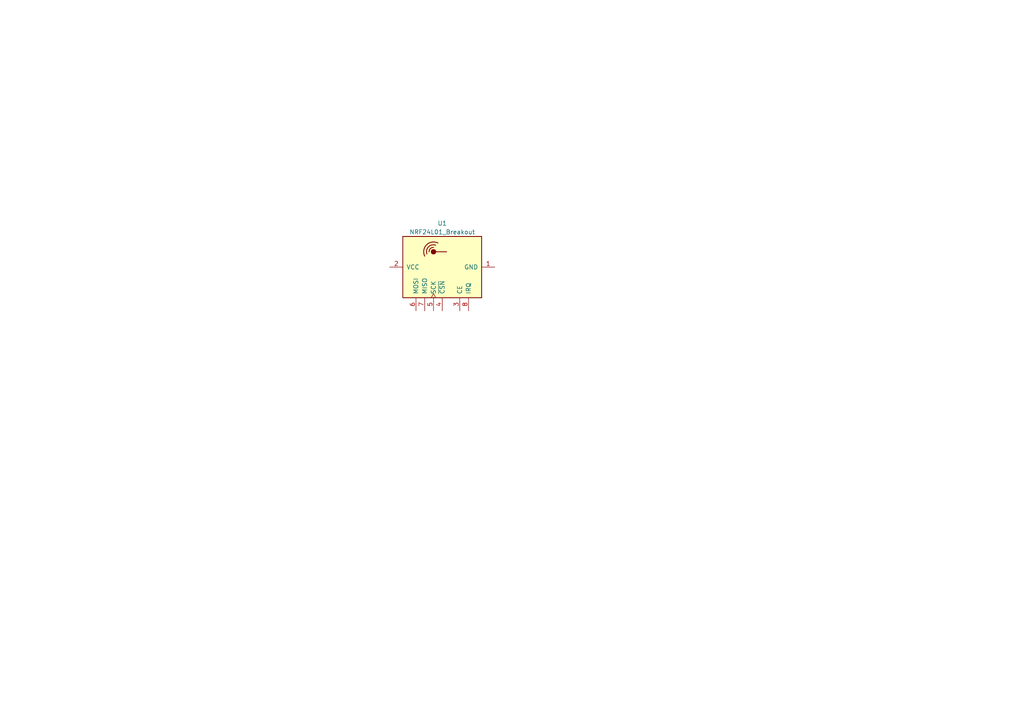
<source format=kicad_sch>
(kicad_sch (version 20220404) (generator eeschema)
  (paper "A4")
  (lib_symbols
    (symbol "RF:NRF24L01_Breakout" (pin_names (offset 1.016))
      (property "Reference" "U" (at -8.89 12.7 0))
      (property "Value" "NRF24L01_Breakout" (at 3.81 12.7 0))
      (symbol "NRF24L01_Breakout_0_1"
        (rectangle (start -8.89 11.43) (end 8.89 -11.43) (stroke (width 0.254)) (fill (type background)))
        (polyline (pts (xy 4.445 1.905) (xy 4.445 -1.27)) (stroke (width 0.254)))
        (circle (center 4.445 2.54) (radius 0.635) (stroke (width 0.254)) (fill (type outline)))
        (arc (start 5.715 2.54) (mid 5.3521 3.4546) (end 4.445 3.81) (stroke (width 0.254)))
        (arc (start 6.35 1.905) (mid 5.8763 3.9854) (end 3.81 4.445) (stroke (width 0.254)))
        (arc (start 6.985 1.27) (mid 6.453 4.548) (end 3.175 5.08) (stroke (width 0.254)))
      )
      (symbol "NRF24L01_Breakout_1_1"
        (pin power_in line (at 0 -15.24 90) (length 3.81) (name "GND") (number "1"))
        (pin power_in line (at 0 15.24 270) (length 3.81) (name "VCC") (number "2"))
        (pin input line (at -12.7 -5.08 0) (length 3.81) (name "CE") (number "3"))
        (pin input line (at -12.7 0 0) (length 3.81) (name "~{CSN}") (number "4"))
        (pin input clock (at -12.7 2.54 0) (length 3.81) (name "SCK") (number "5"))
        (pin input line (at -12.7 7.62 0) (length 3.81) (name "MOSI") (number "6"))
        (pin output line (at -12.7 5.08 0) (length 3.81) (name "MISO") (number "7"))
        (pin output line (at -12.7 -7.62 0) (length 3.81) (name "IRQ") (number "8"))
      )
    )
  )
  (symbol (lib_id "RF:NRF24L01_Breakout") (at 128.27 77.47 90) (unit 1)
    (default_instance (reference "U") (unit 1) (value "NRF24L01_Breakout") (footprint "RF_Module:nRF24L01_Breakout"))
    (property "Reference" "U1" (at 128.27 64.77 90))
    (property "Value" "NRF24L01_Breakout" (at 128.27 67.31 90))
    (property "Footprint" "RF_Module:nRF24L01_Breakout" (effects hide))
    (property "Datasheet" "http://www.nordicsemi.com/eng/content/download/2730/34105/file/nRF24L01_Product_Specification_v2_0.pdf" (effects hide))
  )
)
</source>
